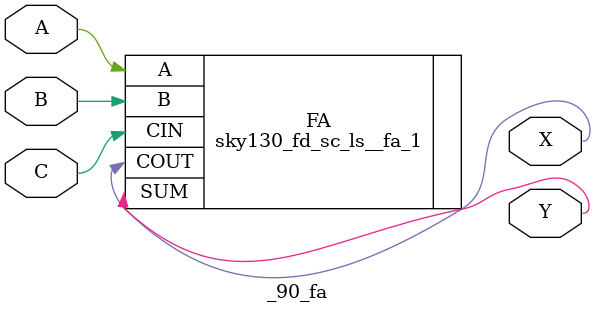
<source format=v>

`define FA_CELL         sky130_fd_sc_ls__fa_1 

(* techmap_celltype = "$fa" *)
module _90_fa (A, B, C, X, Y);
	parameter WIDTH = 1;

	(* force_downto *)
	input [WIDTH-1:0] A, B, C;
	(* force_downto *)
	output [WIDTH-1:0] X, Y;

	(* force_downto *)
	wire [WIDTH-1:0] t1, t2, t3;

    wire _TECHMAP_FAIL_ = WIDTH > 1;

    `FA_CELL FA ( .COUT(X), .CIN(C), .A(A), .B(B), .SUM(Y) );

endmodule

</source>
